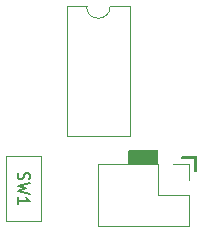
<source format=gbr>
%TF.GenerationSoftware,KiCad,Pcbnew,(6.0.7)*%
%TF.CreationDate,2023-04-14T11:36:13-05:00*%
%TF.ProjectId,ATtiny_PCB,41547469-6e79-45f5-9043-422e6b696361,rev?*%
%TF.SameCoordinates,Original*%
%TF.FileFunction,Legend,Top*%
%TF.FilePolarity,Positive*%
%FSLAX46Y46*%
G04 Gerber Fmt 4.6, Leading zero omitted, Abs format (unit mm)*
G04 Created by KiCad (PCBNEW (6.0.7)) date 2023-04-14 11:36:13*
%MOMM*%
%LPD*%
G01*
G04 APERTURE LIST*
%ADD10C,0.150000*%
%ADD11C,0.120000*%
G04 APERTURE END LIST*
D10*
%TO.C,SW1*%
X172315238Y-99716666D02*
X172267619Y-99859523D01*
X172267619Y-100097619D01*
X172315238Y-100192857D01*
X172362857Y-100240476D01*
X172458095Y-100288095D01*
X172553333Y-100288095D01*
X172648571Y-100240476D01*
X172696190Y-100192857D01*
X172743809Y-100097619D01*
X172791428Y-99907142D01*
X172839047Y-99811904D01*
X172886666Y-99764285D01*
X172981904Y-99716666D01*
X173077142Y-99716666D01*
X173172380Y-99764285D01*
X173220000Y-99811904D01*
X173267619Y-99907142D01*
X173267619Y-100145238D01*
X173220000Y-100288095D01*
X173267619Y-100621428D02*
X172267619Y-100859523D01*
X172981904Y-101050000D01*
X172267619Y-101240476D01*
X173267619Y-101478571D01*
X172267619Y-102383333D02*
X172267619Y-101811904D01*
X172267619Y-102097619D02*
X173267619Y-102097619D01*
X173124761Y-102002380D01*
X173029523Y-101907142D01*
X172981904Y-101811904D01*
D11*
X171220000Y-98300000D02*
X174220000Y-98300000D01*
X174220000Y-98300000D02*
X174220000Y-103800000D01*
X174220000Y-103800000D02*
X171220000Y-103800000D01*
X171220000Y-103800000D02*
X171220000Y-98300000D01*
%TO.C,U1*%
X178085000Y-85640000D02*
X176435000Y-85640000D01*
X181720000Y-85640000D02*
X180070000Y-85640000D01*
X176420000Y-96590000D02*
X181720000Y-96590000D01*
X176435000Y-85640000D02*
X176420000Y-96590000D01*
X181720000Y-96590000D02*
X181720000Y-85640000D01*
X178070000Y-85640000D02*
G75*
G03*
X180070000Y-85640000I1000000J0D01*
G01*
%TO.C,J3*%
X185420000Y-99010000D02*
X186750000Y-99010000D01*
X179010000Y-99010000D02*
X179010000Y-104210000D01*
X184150000Y-99010000D02*
X184150000Y-101610000D01*
X186750000Y-101610000D02*
X186750000Y-104210000D01*
X186750000Y-99010000D02*
X186750000Y-100340000D01*
X184150000Y-101610000D02*
X186750000Y-101610000D01*
X186750000Y-104210000D02*
X179010000Y-104210000D01*
X184150000Y-99010000D02*
X179010000Y-99010000D01*
%TD*%
G36*
X184092121Y-97815002D02*
G01*
X184138614Y-97868658D01*
X184150000Y-97921000D01*
X184150000Y-98884000D01*
X184129998Y-98952121D01*
X184076342Y-98998614D01*
X184024000Y-99010000D01*
X181736000Y-99010000D01*
X181667879Y-98989998D01*
X181621386Y-98936342D01*
X181610000Y-98884000D01*
X181610000Y-97921000D01*
X181630002Y-97852879D01*
X181683658Y-97806386D01*
X181736000Y-97795000D01*
X184024000Y-97795000D01*
X184092121Y-97815002D01*
G37*
G36*
X187394121Y-98318002D02*
G01*
X187440614Y-98371658D01*
X187452000Y-98424000D01*
X187452000Y-99569000D01*
X187431998Y-99637121D01*
X187378342Y-99683614D01*
X187326000Y-99695000D01*
X187324000Y-99695000D01*
X187255879Y-99674998D01*
X187209386Y-99621342D01*
X187198000Y-99569000D01*
X187198000Y-98570115D01*
X187193525Y-98554876D01*
X187192135Y-98553671D01*
X187184452Y-98552000D01*
X186181000Y-98552000D01*
X186112879Y-98531998D01*
X186066386Y-98478342D01*
X186055000Y-98426000D01*
X186055000Y-98424000D01*
X186075002Y-98355879D01*
X186128658Y-98309386D01*
X186181000Y-98298000D01*
X187326000Y-98298000D01*
X187394121Y-98318002D01*
G37*
M02*

</source>
